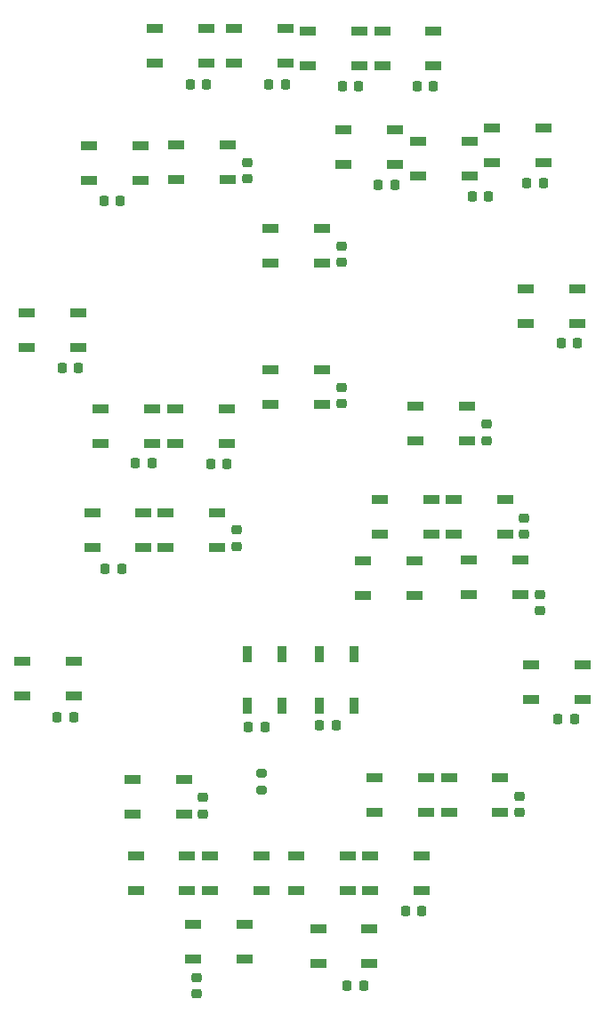
<source format=gbr>
%TF.GenerationSoftware,KiCad,Pcbnew,(6.0.9)*%
%TF.CreationDate,2023-01-06T22:18:40-09:00*%
%TF.ProjectId,SIM POWER PANEL,53494d20-504f-4574-9552-2050414e454c,rev?*%
%TF.SameCoordinates,Original*%
%TF.FileFunction,Paste,Top*%
%TF.FilePolarity,Positive*%
%FSLAX46Y46*%
G04 Gerber Fmt 4.6, Leading zero omitted, Abs format (unit mm)*
G04 Created by KiCad (PCBNEW (6.0.9)) date 2023-01-06 22:18:40*
%MOMM*%
%LPD*%
G01*
G04 APERTURE LIST*
G04 Aperture macros list*
%AMRoundRect*
0 Rectangle with rounded corners*
0 $1 Rounding radius*
0 $2 $3 $4 $5 $6 $7 $8 $9 X,Y pos of 4 corners*
0 Add a 4 corners polygon primitive as box body*
4,1,4,$2,$3,$4,$5,$6,$7,$8,$9,$2,$3,0*
0 Add four circle primitives for the rounded corners*
1,1,$1+$1,$2,$3*
1,1,$1+$1,$4,$5*
1,1,$1+$1,$6,$7*
1,1,$1+$1,$8,$9*
0 Add four rect primitives between the rounded corners*
20,1,$1+$1,$2,$3,$4,$5,0*
20,1,$1+$1,$4,$5,$6,$7,0*
20,1,$1+$1,$6,$7,$8,$9,0*
20,1,$1+$1,$8,$9,$2,$3,0*%
G04 Aperture macros list end*
%ADD10R,1.500000X0.900000*%
%ADD11R,0.900000X1.500000*%
%ADD12RoundRect,0.200000X-0.275000X0.200000X-0.275000X-0.200000X0.275000X-0.200000X0.275000X0.200000X0*%
%ADD13RoundRect,0.225000X-0.225000X-0.250000X0.225000X-0.250000X0.225000X0.250000X-0.225000X0.250000X0*%
%ADD14RoundRect,0.225000X-0.250000X0.225000X-0.250000X-0.225000X0.250000X-0.225000X0.250000X0.225000X0*%
%ADD15RoundRect,0.225000X0.225000X0.250000X-0.225000X0.250000X-0.225000X-0.250000X0.225000X-0.250000X0*%
%ADD16RoundRect,0.225000X0.250000X-0.225000X0.250000X0.225000X-0.250000X0.225000X-0.250000X-0.225000X0*%
G04 APERTURE END LIST*
D10*
%TO.C,D1*%
X223950000Y-51650000D03*
X223950000Y-54950000D03*
X228850000Y-54950000D03*
X228850000Y-51650000D03*
%TD*%
%TO.C,D2*%
X231500000Y-51650000D03*
X231500000Y-54950000D03*
X236400000Y-54950000D03*
X236400000Y-51650000D03*
%TD*%
%TO.C,D3*%
X238500000Y-51850000D03*
X238500000Y-55150000D03*
X243400000Y-55150000D03*
X243400000Y-51850000D03*
%TD*%
%TO.C,D4*%
X245600000Y-51850000D03*
X245600000Y-55150000D03*
X250500000Y-55150000D03*
X250500000Y-51850000D03*
%TD*%
%TO.C,D5*%
X217700000Y-62850000D03*
X217700000Y-66150000D03*
X222600000Y-66150000D03*
X222600000Y-62850000D03*
%TD*%
%TO.C,D6*%
X226000000Y-62750000D03*
X226000000Y-66050000D03*
X230900000Y-66050000D03*
X230900000Y-62750000D03*
%TD*%
%TO.C,D7*%
X234950000Y-70650000D03*
X234950000Y-73950000D03*
X239850000Y-73950000D03*
X239850000Y-70650000D03*
%TD*%
%TO.C,D8*%
X241900000Y-61250000D03*
X241900000Y-64550000D03*
X246800000Y-64550000D03*
X246800000Y-61250000D03*
%TD*%
%TO.C,D9*%
X249000000Y-62350000D03*
X249000000Y-65650000D03*
X253900000Y-65650000D03*
X253900000Y-62350000D03*
%TD*%
%TO.C,D10*%
X256050000Y-61150000D03*
X256050000Y-64450000D03*
X260950000Y-64450000D03*
X260950000Y-61150000D03*
%TD*%
%TO.C,D11*%
X259300000Y-76450000D03*
X259300000Y-79750000D03*
X264200000Y-79750000D03*
X264200000Y-76450000D03*
%TD*%
%TO.C,D12*%
X248800000Y-87650000D03*
X248800000Y-90950000D03*
X253700000Y-90950000D03*
X253700000Y-87650000D03*
%TD*%
%TO.C,D13*%
X235000000Y-84150000D03*
X235000000Y-87450000D03*
X239900000Y-87450000D03*
X239900000Y-84150000D03*
%TD*%
%TO.C,D14*%
X225900000Y-87850000D03*
X225900000Y-91150000D03*
X230800000Y-91150000D03*
X230800000Y-87850000D03*
%TD*%
%TO.C,D15*%
X218800000Y-87850000D03*
X218800000Y-91150000D03*
X223700000Y-91150000D03*
X223700000Y-87850000D03*
%TD*%
%TO.C,D16*%
X211800000Y-78750000D03*
X211800000Y-82050000D03*
X216700000Y-82050000D03*
X216700000Y-78750000D03*
%TD*%
%TO.C,D17*%
X218000000Y-97750000D03*
X218000000Y-101050000D03*
X222900000Y-101050000D03*
X222900000Y-97750000D03*
%TD*%
%TO.C,D18*%
X225000000Y-97750000D03*
X225000000Y-101050000D03*
X229900000Y-101050000D03*
X229900000Y-97750000D03*
%TD*%
%TO.C,D19*%
X245400000Y-96550000D03*
X245400000Y-99850000D03*
X250300000Y-99850000D03*
X250300000Y-96550000D03*
%TD*%
%TO.C,D20*%
X252400000Y-96550000D03*
X252400000Y-99850000D03*
X257300000Y-99850000D03*
X257300000Y-96550000D03*
%TD*%
%TO.C,D21*%
X243800000Y-102350000D03*
X243800000Y-105650000D03*
X248700000Y-105650000D03*
X248700000Y-102350000D03*
%TD*%
%TO.C,D22*%
X253850000Y-102250000D03*
X253850000Y-105550000D03*
X258750000Y-105550000D03*
X258750000Y-102250000D03*
%TD*%
%TO.C,D23*%
X259750000Y-112250000D03*
X259750000Y-115550000D03*
X264650000Y-115550000D03*
X264650000Y-112250000D03*
%TD*%
%TO.C,D24*%
X251950000Y-123050000D03*
X251950000Y-126350000D03*
X256850000Y-126350000D03*
X256850000Y-123050000D03*
%TD*%
%TO.C,D25*%
X244900000Y-123050000D03*
X244900000Y-126350000D03*
X249800000Y-126350000D03*
X249800000Y-123050000D03*
%TD*%
D11*
%TO.C,D26*%
X242900000Y-111250000D03*
X239600000Y-111250000D03*
X239600000Y-116150000D03*
X242900000Y-116150000D03*
%TD*%
%TO.C,D27*%
X236100000Y-111250000D03*
X232800000Y-111250000D03*
X232800000Y-116150000D03*
X236100000Y-116150000D03*
%TD*%
D10*
%TO.C,D28*%
X221850000Y-123200000D03*
X221850000Y-126500000D03*
X226750000Y-126500000D03*
X226750000Y-123200000D03*
%TD*%
%TO.C,D29*%
X211350000Y-111950000D03*
X211350000Y-115250000D03*
X216250000Y-115250000D03*
X216250000Y-111950000D03*
%TD*%
%TO.C,D30*%
X222150000Y-130450000D03*
X222150000Y-133750000D03*
X227050000Y-133750000D03*
X227050000Y-130450000D03*
%TD*%
%TO.C,D31*%
X229200000Y-130450000D03*
X229200000Y-133750000D03*
X234100000Y-133750000D03*
X234100000Y-130450000D03*
%TD*%
%TO.C,D32*%
X227600000Y-137000000D03*
X227600000Y-140300000D03*
X232500000Y-140300000D03*
X232500000Y-137000000D03*
%TD*%
D12*
%TO.C,R1*%
X234091000Y-122578000D03*
X234091000Y-124228000D03*
%TD*%
D10*
%TO.C,D33*%
X237450000Y-130450000D03*
X237450000Y-133750000D03*
X242350000Y-133750000D03*
X242350000Y-130450000D03*
%TD*%
D13*
%TO.C,C2*%
X227363000Y-56950000D03*
X228913000Y-56950000D03*
%TD*%
%TO.C,C3*%
X234825000Y-56950000D03*
X236375000Y-56950000D03*
%TD*%
%TO.C,C5*%
X248925000Y-57100000D03*
X250475000Y-57100000D03*
%TD*%
D14*
%TO.C,C7*%
X232800000Y-64412500D03*
X232800000Y-65962500D03*
%TD*%
%TO.C,C8*%
X241700000Y-72337500D03*
X241700000Y-73887500D03*
%TD*%
D13*
%TO.C,C9*%
X245237000Y-66525000D03*
X246787000Y-66525000D03*
%TD*%
D15*
%TO.C,C10*%
X255737000Y-67650000D03*
X254187000Y-67650000D03*
%TD*%
D13*
%TO.C,C11*%
X259375000Y-66400000D03*
X260925000Y-66400000D03*
%TD*%
%TO.C,C12*%
X215137000Y-83975000D03*
X216687000Y-83975000D03*
%TD*%
%TO.C,C13*%
X262637000Y-81625000D03*
X264187000Y-81625000D03*
%TD*%
D14*
%TO.C,C14*%
X241725000Y-85837500D03*
X241725000Y-87387500D03*
%TD*%
%TO.C,C15*%
X255575000Y-89337500D03*
X255575000Y-90887500D03*
%TD*%
D13*
%TO.C,C16*%
X229263000Y-93125000D03*
X230813000Y-93125000D03*
%TD*%
%TO.C,C17*%
X222137000Y-93075000D03*
X223687000Y-93075000D03*
%TD*%
D10*
%TO.C,D34*%
X244450000Y-130450000D03*
X244450000Y-133750000D03*
X249350000Y-133750000D03*
X249350000Y-130450000D03*
%TD*%
%TO.C,D35*%
X239500000Y-137400000D03*
X239500000Y-140700000D03*
X244400000Y-140700000D03*
X244400000Y-137400000D03*
%TD*%
D13*
%TO.C,C4*%
X241813000Y-57100000D03*
X243363000Y-57100000D03*
%TD*%
%TO.C,C6*%
X219137000Y-68100000D03*
X220687000Y-68100000D03*
%TD*%
%TO.C,C18*%
X219250000Y-103125000D03*
X220800000Y-103125000D03*
%TD*%
D14*
%TO.C,C19*%
X231725000Y-99425000D03*
X231725000Y-100975000D03*
%TD*%
%TO.C,C20*%
X259125000Y-98250000D03*
X259125000Y-99800000D03*
%TD*%
D16*
%TO.C,C21*%
X260610000Y-107090000D03*
X260610000Y-105540000D03*
%TD*%
D13*
%TO.C,C22*%
X262350000Y-117390000D03*
X263900000Y-117390000D03*
%TD*%
D14*
%TO.C,C23*%
X258675000Y-124750000D03*
X258675000Y-126300000D03*
%TD*%
D15*
%TO.C,C24*%
X234425000Y-118225000D03*
X232875000Y-118225000D03*
%TD*%
%TO.C,C25*%
X241200000Y-117975000D03*
X239650000Y-117975000D03*
%TD*%
D13*
%TO.C,C26*%
X214675000Y-117225000D03*
X216225000Y-117225000D03*
%TD*%
D14*
%TO.C,C27*%
X228575000Y-124900000D03*
X228575000Y-126450000D03*
%TD*%
D13*
%TO.C,C29*%
X247800000Y-135725000D03*
X249350000Y-135725000D03*
%TD*%
D16*
%TO.C,C28*%
X227910000Y-143605000D03*
X227910000Y-142055000D03*
%TD*%
D13*
%TO.C,C30*%
X242280000Y-142860000D03*
X243830000Y-142860000D03*
%TD*%
M02*

</source>
